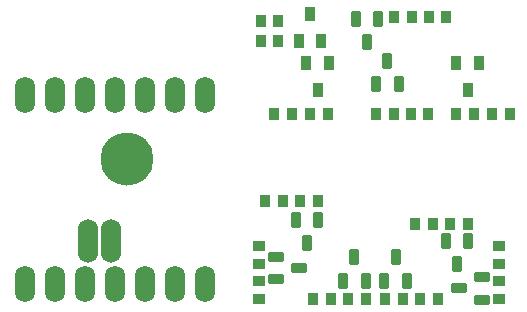
<source format=gts>
G04 Layer: TopSolderMaskLayer*
G04 EasyEDA v6.5.29, 2023-07-20 15:37:45*
G04 17ac077c781348d4b2828c41e336cf63,4bfb672c99b74c95bcb02992393faf10,10*
G04 Gerber Generator version 0.2*
G04 Scale: 100 percent, Rotated: No, Reflected: No *
G04 Dimensions in millimeters *
G04 leading zeros omitted , absolute positions ,4 integer and 5 decimal *
%FSLAX45Y45*%
%MOMM*%

%AMMACRO1*1,1,$1,$2,$3*1,1,$1,$4,$5*1,1,$1,0-$2,0-$3*1,1,$1,0-$4,0-$5*20,1,$1,$2,$3,$4,$5,0*20,1,$1,$4,$5,0-$2,0-$3,0*20,1,$1,0-$2,0-$3,0-$4,0-$5,0*20,1,$1,0-$4,0-$5,$2,$3,0*4,1,4,$2,$3,$4,$5,0-$2,0-$3,0-$4,0-$5,$2,$3,0*%
%ADD10C,0.1000*%
%ADD11O,1.7015968000000001X3.101594*%
%ADD12O,1.7015968000000001X3.7015928000000002*%
%ADD13C,4.5016*%
%ADD14MACRO1,0.1016X0.4032X0.432X0.4032X-0.432*%
%ADD15MACRO1,0.1016X-0.4032X0.432X-0.4032X-0.432*%
%ADD16MACRO1,0.1016X0.432X-0.4032X-0.432X-0.4032*%
%ADD17MACRO1,0.1016X0.432X0.4032X-0.432X0.4032*%
%ADD18MACRO1,0.1016X-0.4032X-0.432X-0.4032X0.432*%
%ADD19MACRO1,0.1016X0.4032X-0.432X0.4032X0.432*%
%ADD20MACRO1,0.1016X-0.432X0.4032X0.432X0.4032*%
%ADD21MACRO1,0.1016X-0.432X-0.4032X0.432X-0.4032*%
%ADD22MACRO1,0.1016X-0.35X-0.625X-0.35X0.625*%
%ADD23MACRO1,0.1016X-0.625X0.35X0.625X0.35*%
%ADD24MACRO1,0.1016X0.4X0.5X0.4X-0.5*%
%ADD25MACRO1,0.1016X-0.4X-0.5X-0.4X0.5*%
%ADD26MACRO1,0.1016X0.625X-0.35X-0.625X-0.35*%
%ADD27MACRO1,0.1016X0.35X0.625X0.35X-0.625*%

%LPD*%
D10*
G01*
X3937000Y8089900D03*
G01*
X4191000Y8089900D03*
G01*
X4191000Y7835900D03*
G01*
X3937000Y7835900D03*
D11*
G01*
X4546600Y7162901D03*
G01*
X4292600Y7162901D03*
G01*
X4038600Y7162901D03*
G01*
X3784600Y7162901D03*
G01*
X4800600Y7162901D03*
G01*
X5054600Y7162901D03*
G01*
X5308600Y7162901D03*
G01*
X4546600Y8762898D03*
G01*
X3784600Y8762898D03*
G01*
X4038600Y8762898D03*
G01*
X4292600Y8762898D03*
G01*
X4800600Y8762898D03*
G01*
X5054600Y8762898D03*
G01*
X5308600Y8762898D03*
D10*
G01*
X3683000Y7835900D03*
G01*
X3683000Y8089900D03*
D12*
G01*
X4508500Y7525207D03*
G01*
X4318000Y7525207D03*
D13*
G01*
X4646599Y8216900D03*
D14*
G01*
X7201013Y9423400D03*
D15*
G01*
X7351662Y9423400D03*
D16*
G01*
X5765800Y7187324D03*
D17*
G01*
X5765800Y7036675D03*
D14*
G01*
X6515975Y7035800D03*
D15*
G01*
X6666624Y7035800D03*
D14*
G01*
X7125575Y7035800D03*
D15*
G01*
X7276224Y7035800D03*
D18*
G01*
X7238124Y7670800D03*
D19*
G01*
X7087475Y7670800D03*
D14*
G01*
X7048613Y8597900D03*
D15*
G01*
X7199262Y8597900D03*
D20*
G01*
X7797800Y7328775D03*
D21*
G01*
X7797800Y7479424D03*
D18*
G01*
X5968124Y7861300D03*
D19*
G01*
X5817475Y7861300D03*
D22*
G01*
X6775196Y9409099D03*
G01*
X6585205Y9409099D03*
G01*
X6680201Y9209100D03*
D23*
G01*
X7656499Y7029703D03*
G01*
X7656499Y7219699D03*
G01*
X7456500Y7124698D03*
D22*
G01*
X6267196Y7705699D03*
G01*
X6077205Y7705699D03*
G01*
X6172201Y7505700D03*
D24*
G01*
X7436098Y9030401D03*
G01*
X7531094Y8800398D03*
G01*
X7626101Y9030398D03*
D25*
G01*
X6292601Y9219498D03*
G01*
X6197605Y9449501D03*
G01*
X6102598Y9219501D03*
D24*
G01*
X6166098Y9030401D03*
G01*
X6261094Y8800398D03*
G01*
X6356101Y9030398D03*
D14*
G01*
X6910538Y9423400D03*
D15*
G01*
X7061188Y9423400D03*
D20*
G01*
X7797800Y7036675D03*
D21*
G01*
X7797800Y7187324D03*
D18*
G01*
X6261088Y7861300D03*
D19*
G01*
X6110438Y7861300D03*
D14*
G01*
X7735175Y8597900D03*
D15*
G01*
X7885824Y8597900D03*
D14*
G01*
X5778511Y9220200D03*
D15*
G01*
X5929161Y9220200D03*
D14*
G01*
X6198475Y8597900D03*
D15*
G01*
X6349124Y8597900D03*
D14*
G01*
X7430375Y8597900D03*
D15*
G01*
X7581024Y8597900D03*
D18*
G01*
X5929161Y9385300D03*
D19*
G01*
X5778511Y9385300D03*
D14*
G01*
X5893675Y8597900D03*
D15*
G01*
X6044324Y8597900D03*
D26*
G01*
X5905500Y7390892D03*
G01*
X5905500Y7200901D03*
G01*
X6105499Y7295897D03*
D27*
G01*
X6477000Y7188200D03*
G01*
X6666990Y7188200D03*
G01*
X6571994Y7388199D03*
G01*
X6826503Y7189800D03*
G01*
X7016494Y7189800D03*
G01*
X6921498Y7389799D03*
D16*
G01*
X5765800Y7479424D03*
D17*
G01*
X5765800Y7328775D03*
D14*
G01*
X6223875Y7035800D03*
D15*
G01*
X6374524Y7035800D03*
D14*
G01*
X6833475Y7035800D03*
D15*
G01*
X6984124Y7035800D03*
D22*
G01*
X7537196Y7529499D03*
G01*
X7347205Y7529499D03*
G01*
X7442201Y7329500D03*
D27*
G01*
X6756400Y8851900D03*
G01*
X6946390Y8851900D03*
G01*
X6851394Y9051899D03*
D18*
G01*
X7530224Y7670800D03*
D19*
G01*
X7379575Y7670800D03*
D14*
G01*
X6756411Y8597900D03*
D15*
G01*
X6907061Y8597900D03*
M02*

</source>
